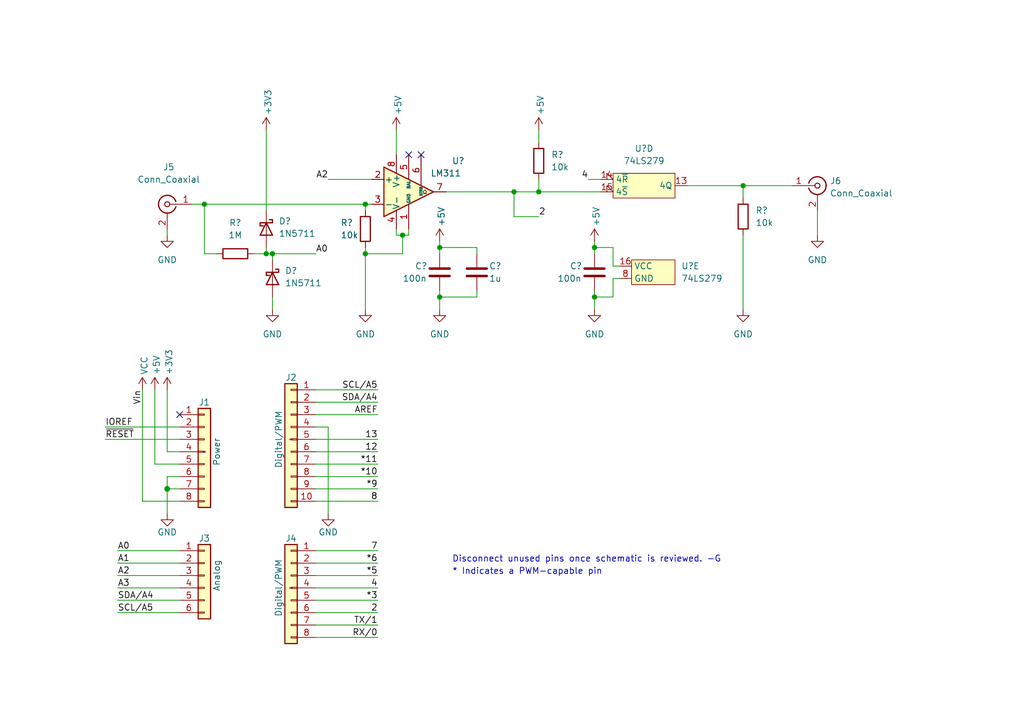
<source format=kicad_sch>
(kicad_sch (version 20211123) (generator eeschema)
  (paper "A5")
  (title_block (date "ven. 17 fevr 2023"))
  (lib_symbols
    (symbol "Comparator:LM311" (pin_names (offset 0.127))
      (property "Reference" "U" (at 3.81 6.35 0))
      (property "Value" "LM311" (at 3.81 3.81 0))
      (symbol "LM311_0_1"
        (polyline (pts (xy 5.08 0) (xy -5.08 5.08) (xy -5.08 -5.08) (xy 5.08 0)) (stroke (width 0.254)) (fill (type background)))
        (polyline (pts (xy 3.683 -0.381) (xy 3.302 -0.381) (xy 3.683 0) (xy 3.302 0.381) (xy 2.921 0) (xy 3.302 -0.381) (xy 2.921 -0.381)) (stroke (width 0.127)))
      )
      (symbol "LM311_1_1"
        (pin passive line (at 0 -7.62 90) (length 5.08) (name "GND") (number "1"))
        (pin input line (at -7.62 2.54 0) (length 2.54) (name "+") (number "2"))
        (pin input line (at -7.62 -2.54 0) (length 2.54) (name "-") (number "3"))
        (pin power_in line (at -2.54 -7.62 90) (length 3.81) (name "V-") (number "4"))
        (pin input line (at 0 7.62 270) (length 5.08) (name "BAL") (number "5"))
        (pin input line (at 2.54 7.62 270) (length 6.35) (name "STRB") (number "6"))
        (pin open_collector line (at 7.62 0 180) (length 2.54) (name "~") (number "7"))
        (pin power_in line (at -2.54 7.62 270) (length 3.81) (name "V+") (number "8"))
      )
    )
    (symbol "Connector:Conn_Coaxial" (pin_names (offset 1.016) hide)
      (property "Reference" "J" (at 0.254 3.048 0))
      (property "Value" "Conn_Coaxial" (at 2.921 0 90))
      (symbol "Conn_Coaxial_0_1"
        (arc (start -1.778 -0.508) (mid 0.2311 -1.8066) (end 1.778 0) (stroke (width 0.254)))
        (polyline (pts (xy -2.54 0) (xy -0.508 0)))
        (polyline (pts (xy 0 -2.54) (xy 0 -1.778)))
        (circle (center 0 0) (radius 0.508) (stroke (width 0.2032)))
        (arc (start 1.778 0) (mid 0.2099 1.8101) (end -1.778 0.508) (stroke (width 0.254)))
      )
      (symbol "Conn_Coaxial_1_1"
        (pin passive line (at -5.08 0 0) (length 2.54) (name "In") (number "1"))
        (pin passive line (at 0 -5.08 90) (length 2.54) (name "Ext") (number "2"))
      )
    )
    (symbol "Connector_Generic:Conn_01x06" (pin_names (offset 1.016) hide)
      (property "Reference" "J" (at 0 7.62 0))
      (property "Value" "Conn_01x06" (at 0 -10.16 0))
      (symbol "Conn_01x06_1_1"
        (rectangle (start -1.27 -7.493) (end 0 -7.747) (stroke (width 0.1524)))
        (rectangle (start -1.27 -4.953) (end 0 -5.207) (stroke (width 0.1524)))
        (rectangle (start -1.27 -2.413) (end 0 -2.667) (stroke (width 0.1524)))
        (rectangle (start -1.27 0.127) (end 0 -0.127) (stroke (width 0.1524)))
        (rectangle (start -1.27 2.667) (end 0 2.413) (stroke (width 0.1524)))
        (rectangle (start -1.27 5.207) (end 0 4.953) (stroke (width 0.1524)))
        (rectangle (start -1.27 6.35) (end 1.27 -8.89) (stroke (width 0.254)) (fill (type background)))
        (pin passive line (at -5.08 5.08 0) (length 3.81) (name "Pin_1") (number "1"))
        (pin passive line (at -5.08 2.54 0) (length 3.81) (name "Pin_2") (number "2"))
        (pin passive line (at -5.08 0 0) (length 3.81) (name "Pin_3") (number "3"))
        (pin passive line (at -5.08 -2.54 0) (length 3.81) (name "Pin_4") (number "4"))
        (pin passive line (at -5.08 -5.08 0) (length 3.81) (name "Pin_5") (number "5"))
        (pin passive line (at -5.08 -7.62 0) (length 3.81) (name "Pin_6") (number "6"))
      )
    )
    (symbol "Connector_Generic:Conn_01x08" (pin_names (offset 1.016) hide)
      (property "Reference" "J" (at 0 10.16 0))
      (property "Value" "Conn_01x08" (at 0 -12.7 0))
      (symbol "Conn_01x08_1_1"
        (rectangle (start -1.27 -10.033) (end 0 -10.287) (stroke (width 0.1524)))
        (rectangle (start -1.27 -7.493) (end 0 -7.747) (stroke (width 0.1524)))
        (rectangle (start -1.27 -4.953) (end 0 -5.207) (stroke (width 0.1524)))
        (rectangle (start -1.27 -2.413) (end 0 -2.667) (stroke (width 0.1524)))
        (rectangle (start -1.27 0.127) (end 0 -0.127) (stroke (width 0.1524)))
        (rectangle (start -1.27 2.667) (end 0 2.413) (stroke (width 0.1524)))
        (rectangle (start -1.27 5.207) (end 0 4.953) (stroke (width 0.1524)))
        (rectangle (start -1.27 7.747) (end 0 7.493) (stroke (width 0.1524)))
        (rectangle (start -1.27 8.89) (end 1.27 -11.43) (stroke (width 0.254)) (fill (type background)))
        (pin passive line (at -5.08 7.62 0) (length 3.81) (name "Pin_1") (number "1"))
        (pin passive line (at -5.08 5.08 0) (length 3.81) (name "Pin_2") (number "2"))
        (pin passive line (at -5.08 2.54 0) (length 3.81) (name "Pin_3") (number "3"))
        (pin passive line (at -5.08 0 0) (length 3.81) (name "Pin_4") (number "4"))
        (pin passive line (at -5.08 -2.54 0) (length 3.81) (name "Pin_5") (number "5"))
        (pin passive line (at -5.08 -5.08 0) (length 3.81) (name "Pin_6") (number "6"))
        (pin passive line (at -5.08 -7.62 0) (length 3.81) (name "Pin_7") (number "7"))
        (pin passive line (at -5.08 -10.16 0) (length 3.81) (name "Pin_8") (number "8"))
      )
    )
    (symbol "Connector_Generic:Conn_01x10" (pin_names (offset 1.016) hide)
      (property "Reference" "J" (at 0 12.7 0))
      (property "Value" "Conn_01x10" (at 0 -15.24 0))
      (symbol "Conn_01x10_1_1"
        (rectangle (start -1.27 -12.573) (end 0 -12.827) (stroke (width 0.1524)))
        (rectangle (start -1.27 -10.033) (end 0 -10.287) (stroke (width 0.1524)))
        (rectangle (start -1.27 -7.493) (end 0 -7.747) (stroke (width 0.1524)))
        (rectangle (start -1.27 -4.953) (end 0 -5.207) (stroke (width 0.1524)))
        (rectangle (start -1.27 -2.413) (end 0 -2.667) (stroke (width 0.1524)))
        (rectangle (start -1.27 0.127) (end 0 -0.127) (stroke (width 0.1524)))
        (rectangle (start -1.27 2.667) (end 0 2.413) (stroke (width 0.1524)))
        (rectangle (start -1.27 5.207) (end 0 4.953) (stroke (width 0.1524)))
        (rectangle (start -1.27 7.747) (end 0 7.493) (stroke (width 0.1524)))
        (rectangle (start -1.27 10.287) (end 0 10.033) (stroke (width 0.1524)))
        (rectangle (start -1.27 11.43) (end 1.27 -13.97) (stroke (width 0.254)) (fill (type background)))
        (pin passive line (at -5.08 10.16 0) (length 3.81) (name "Pin_1") (number "1"))
        (pin passive line (at -5.08 -12.7 0) (length 3.81) (name "Pin_10") (number "10"))
        (pin passive line (at -5.08 7.62 0) (length 3.81) (name "Pin_2") (number "2"))
        (pin passive line (at -5.08 5.08 0) (length 3.81) (name "Pin_3") (number "3"))
        (pin passive line (at -5.08 2.54 0) (length 3.81) (name "Pin_4") (number "4"))
        (pin passive line (at -5.08 0 0) (length 3.81) (name "Pin_5") (number "5"))
        (pin passive line (at -5.08 -2.54 0) (length 3.81) (name "Pin_6") (number "6"))
        (pin passive line (at -5.08 -5.08 0) (length 3.81) (name "Pin_7") (number "7"))
        (pin passive line (at -5.08 -7.62 0) (length 3.81) (name "Pin_8") (number "8"))
        (pin passive line (at -5.08 -10.16 0) (length 3.81) (name "Pin_9") (number "9"))
      )
    )
    (symbol "Device:C" (pin_numbers hide) (pin_names (offset 0.254))
      (property "Reference" "C" (at 0.635 2.54 0))
      (property "Value" "C" (at 0.635 -2.54 0))
      (symbol "C_0_1"
        (polyline (pts (xy -2.032 -0.762) (xy 2.032 -0.762)) (stroke (width 0.508)))
        (polyline (pts (xy -2.032 0.762) (xy 2.032 0.762)) (stroke (width 0.508)))
      )
      (symbol "C_1_1"
        (pin passive line (at 0 3.81 270) (length 2.794) (name "~") (number "1"))
        (pin passive line (at 0 -3.81 90) (length 2.794) (name "~") (number "2"))
      )
    )
    (symbol "Device:D_Schottky" (pin_numbers hide) (pin_names (offset 1.016) hide)
      (property "Reference" "D" (at 0 2.54 0))
      (property "Value" "D_Schottky" (at 0 -2.54 0))
      (symbol "D_Schottky_0_1"
        (polyline (pts (xy 1.27 0) (xy -1.27 0)))
        (polyline (pts (xy 1.27 1.27) (xy 1.27 -1.27) (xy -1.27 0) (xy 1.27 1.27)) (stroke (width 0.254)))
        (polyline (pts (xy -1.905 0.635) (xy -1.905 1.27) (xy -1.27 1.27) (xy -1.27 -1.27) (xy -0.635 -1.27) (xy -0.635 -0.635)) (stroke (width 0.254)))
      )
      (symbol "D_Schottky_1_1"
        (pin passive line (at -3.81 0 0) (length 2.54) (name "K") (number "1"))
        (pin passive line (at 3.81 0 180) (length 2.54) (name "A") (number "2"))
      )
    )
    (symbol "Device:R" (pin_numbers hide) (pin_names (offset 0))
      (property "Reference" "R" (at 2.032 0 90))
      (property "Value" "R" (at 0 0 90))
      (symbol "R_0_1"
        (rectangle (start -1.016 -2.54) (end 1.016 2.54) (stroke (width 0.254)))
      )
      (symbol "R_1_1"
        (pin passive line (at 0 3.81 270) (length 1.27) (name "~") (number "1"))
        (pin passive line (at 0 -3.81 90) (length 1.27) (name "~") (number "2"))
      )
    )
    (symbol "comprovat_parts:74LS279"
      (property "Reference" "U" (at -5.08 5.08 0))
      (property "Value" "74LS279" (at 2.54 -5.08 0))
      (symbol "74LS279_1_1"
        (rectangle (start -6.35 3.81) (end 6.35 -3.81) (fill (type background)))
        (pin input input_low (at -8.89 2.54 0) (length 2.54) (name "1~{R}") (number "1"))
        (pin input input_low (at -8.89 0 0) (length 2.54) (name "1~{S}1") (number "2"))
        (pin input input_low (at -8.89 -2.54 0) (length 2.54) (name "1~{S}2") (number "3"))
        (pin output line (at 8.89 0 180) (length 2.54) (name "1Q") (number "4"))
      )
      (symbol "74LS279_2_1"
        (rectangle (start -6.35 2.54) (end 6.35 -2.54) (fill (type background)))
        (pin input input_low (at -8.89 1.27 0) (length 2.54) (name "2~{R}") (number "5"))
        (pin input input_low (at -8.89 -1.27 0) (length 2.54) (name "2~{S}") (number "6"))
        (pin output line (at 8.89 0 180) (length 2.54) (name "2Q") (number "7"))
      )
      (symbol "74LS279_3_1"
        (rectangle (start -6.35 3.81) (end 6.35 -3.81) (fill (type background)))
        (pin input input_low (at -8.89 2.54 0) (length 2.54) (name "3~{R}") (number "10"))
        (pin input input_low (at -8.89 0 0) (length 2.54) (name "3~{S}1") (number "11"))
        (pin input input_low (at -8.89 -2.54 0) (length 2.54) (name "3~{S}2") (number "12"))
        (pin output line (at 8.89 0 180) (length 2.54) (name "3Q") (number "9"))
      )
      (symbol "74LS279_4_1"
        (rectangle (start -6.35 2.54) (end 6.35 -2.54) (fill (type background)))
        (pin output line (at 8.89 0 180) (length 2.54) (name "4Q") (number "13"))
        (pin input input_low (at -8.89 1.27 0) (length 2.54) (name "4~{R}") (number "14"))
        (pin input input_low (at -8.89 -1.27 0) (length 2.54) (name "4~{S}") (number "15"))
      )
      (symbol "74LS279_5_1"
        (rectangle (start -2.54 2.54) (end 6.35 -2.54) (fill (type background)))
        (rectangle (start 6.35 -1.27) (end 6.35 -1.27))
        (pin power_in line (at -5.08 1.27 0) (length 2.54) (name "VCC") (number "16"))
        (pin power_out line (at -5.08 -1.27 0) (length 2.54) (name "GND") (number "8"))
      )
    )
    (symbol "power:+3V3" (power) (pin_names (offset 0))
      (property "Value" "+3V3" (at 0 3.556 0))
      (symbol "+3V3_0_1"
        (polyline (pts (xy -0.762 1.27) (xy 0 2.54)))
        (polyline (pts (xy 0 0) (xy 0 2.54)))
        (polyline (pts (xy 0 2.54) (xy 0.762 1.27)))
      )
      (symbol "+3V3_1_1"
        (pin power_in line (at 0 0 90) (length 0) hide (name "+3V3") (number "1"))
      )
    )
    (symbol "power:+5V" (power) (pin_names (offset 0))
      (property "Value" "+5V" (at 0 3.556 0))
      (symbol "+5V_0_1"
        (polyline (pts (xy -0.762 1.27) (xy 0 2.54)))
        (polyline (pts (xy 0 0) (xy 0 2.54)))
        (polyline (pts (xy 0 2.54) (xy 0.762 1.27)))
      )
      (symbol "+5V_1_1"
        (pin power_in line (at 0 0 90) (length 0) hide (name "+5V") (number "1"))
      )
    )
    (symbol "power:GND" (power) (pin_names (offset 0))
      (property "Value" "GND" (at 0 -3.81 0))
      (symbol "GND_0_1"
        (polyline (pts (xy 0 0) (xy 0 -1.27) (xy 1.27 -1.27) (xy 0 -2.54) (xy -1.27 -1.27) (xy 0 -1.27)))
      )
      (symbol "GND_1_1"
        (pin power_in line (at 0 0 270) (length 0) hide (name "GND") (number "1"))
      )
    )
    (symbol "power:VCC" (power) (pin_names (offset 0))
      (property "Value" "VCC" (at 0 3.81 0))
      (symbol "VCC_0_1"
        (polyline (pts (xy -0.762 1.27) (xy 0 2.54)))
        (polyline (pts (xy 0 0) (xy 0 2.54)))
        (polyline (pts (xy 0 2.54) (xy 0.762 1.27)))
      )
      (symbol "VCC_1_1"
        (pin power_in line (at 0 0 90) (length 0) hide (name "VCC") (number "1"))
      )
    )
  )
  (junction (at 34.29 100.33) (diameter 1.016))
  (junction (at 74.93 41.91))
  (junction (at 54.61 52.07))
  (junction (at 152.4 38.1))
  (junction (at 121.92 60.96))
  (junction (at 74.93 52.07))
  (junction (at 90.17 50.8))
  (junction (at 82.55 48.26))
  (junction (at 41.91 41.91))
  (junction (at 105.41 39.37))
  (junction (at 55.88 52.07))
  (junction (at 110.49 39.37))
  (junction (at 90.17 60.96))
  (junction (at 121.92 50.8))
  (no_connect (at 86.36 31.75))
  (no_connect (at 83.82 31.75))
  (no_connect (at 36.83 85.09))
  (wire (pts (xy 64.77 130.81) (xy 77.47 130.81)))
  (wire (pts (xy 125.73 60.96) (xy 125.73 57.15)))
  (wire (pts (xy 152.4 38.1) (xy 162.56 38.1)))
  (wire (pts (xy 64.77 97.79) (xy 77.47 97.79)))
  (wire (pts (xy 54.61 52.07) (xy 55.88 52.07)))
  (wire (pts (xy 41.91 41.91) (xy 74.93 41.91)))
  (wire (pts (xy 64.77 80.01) (xy 77.47 80.01)))
  (wire (pts (xy 167.64 43.18) (xy 167.64 48.26)))
  (wire (pts (xy 81.28 26.67) (xy 81.28 31.75)))
  (wire (pts (xy 34.29 97.79) (xy 34.29 100.33)))
  (wire (pts (xy 24.13 125.73) (xy 36.83 125.73)))
  (wire (pts (xy 82.55 48.26) (xy 82.55 52.07)))
  (wire (pts (xy 44.45 52.07) (xy 41.91 52.07)))
  (wire (pts (xy 34.29 100.33) (xy 34.29 105.41)))
  (wire (pts (xy 34.29 92.71) (xy 36.83 92.71)))
  (wire (pts (xy 31.75 95.25) (xy 36.83 95.25)))
  (wire (pts (xy 90.17 50.8) (xy 97.79 50.8)))
  (wire (pts (xy 31.75 80.01) (xy 31.75 95.25)))
  (wire (pts (xy 152.4 48.26) (xy 152.4 63.5)))
  (wire (pts (xy 64.77 90.17) (xy 77.47 90.17)))
  (wire (pts (xy 91.44 39.37) (xy 105.41 39.37)))
  (wire (pts (xy 34.29 80.01) (xy 34.29 92.71)))
  (wire (pts (xy 64.77 113.03) (xy 77.47 113.03)))
  (wire (pts (xy 74.93 52.07) (xy 74.93 63.5)))
  (wire (pts (xy 36.83 113.03) (xy 24.13 113.03)))
  (wire (pts (xy 64.77 92.71) (xy 77.47 92.71)))
  (wire (pts (xy 39.37 41.91) (xy 41.91 41.91)))
  (wire (pts (xy 64.77 115.57) (xy 77.47 115.57)))
  (wire (pts (xy 90.17 59.69) (xy 90.17 60.96)))
  (wire (pts (xy 81.28 46.99) (xy 81.28 48.26)))
  (wire (pts (xy 74.93 43.18) (xy 74.93 41.91)))
  (wire (pts (xy 110.49 36.83) (xy 110.49 39.37)))
  (wire (pts (xy 55.88 60.96) (xy 55.88 63.5)))
  (wire (pts (xy 34.29 46.99) (xy 34.29 48.26)))
  (wire (pts (xy 90.17 60.96) (xy 90.17 63.5)))
  (wire (pts (xy 55.88 52.07) (xy 64.77 52.07)))
  (wire (pts (xy 97.79 52.07) (xy 97.79 50.8)))
  (wire (pts (xy 90.17 49.53) (xy 90.17 50.8)))
  (wire (pts (xy 64.77 100.33) (xy 77.47 100.33)))
  (wire (pts (xy 81.28 48.26) (xy 82.55 48.26)))
  (wire (pts (xy 64.77 120.65) (xy 77.47 120.65)))
  (wire (pts (xy 90.17 50.8) (xy 90.17 52.07)))
  (wire (pts (xy 21.59 87.63) (xy 36.83 87.63)))
  (wire (pts (xy 121.92 60.96) (xy 125.73 60.96)))
  (wire (pts (xy 125.73 57.15) (xy 127 57.15)))
  (wire (pts (xy 125.73 50.8) (xy 121.92 50.8)))
  (wire (pts (xy 67.31 87.63) (xy 67.31 105.41)))
  (wire (pts (xy 105.41 39.37) (xy 105.41 44.45)))
  (wire (pts (xy 127 54.61) (xy 125.73 54.61)))
  (wire (pts (xy 41.91 41.91) (xy 41.91 52.07)))
  (wire (pts (xy 64.77 85.09) (xy 77.47 85.09)))
  (wire (pts (xy 120.65 36.83) (xy 123.19 36.83)))
  (wire (pts (xy 121.92 60.96) (xy 121.92 63.5)))
  (wire (pts (xy 36.83 118.11) (xy 24.13 118.11)))
  (wire (pts (xy 21.59 90.17) (xy 36.83 90.17)))
  (wire (pts (xy 97.79 59.69) (xy 97.79 60.96)))
  (wire (pts (xy 36.83 100.33) (xy 34.29 100.33)))
  (wire (pts (xy 121.92 59.69) (xy 121.92 60.96)))
  (wire (pts (xy 83.82 46.99) (xy 83.82 48.26)))
  (wire (pts (xy 36.83 102.87) (xy 29.21 102.87)))
  (wire (pts (xy 110.49 26.67) (xy 110.49 29.21)))
  (wire (pts (xy 110.49 39.37) (xy 123.19 39.37)))
  (wire (pts (xy 24.13 115.57) (xy 36.83 115.57)))
  (wire (pts (xy 54.61 26.67) (xy 54.61 43.18)))
  (wire (pts (xy 125.73 54.61) (xy 125.73 50.8)))
  (wire (pts (xy 74.93 50.8) (xy 74.93 52.07)))
  (wire (pts (xy 140.97 38.1) (xy 152.4 38.1)))
  (wire (pts (xy 52.07 52.07) (xy 54.61 52.07)))
  (wire (pts (xy 64.77 87.63) (xy 67.31 87.63)))
  (wire (pts (xy 36.83 97.79) (xy 34.29 97.79)))
  (wire (pts (xy 64.77 95.25) (xy 77.47 95.25)))
  (wire (pts (xy 54.61 50.8) (xy 54.61 52.07)))
  (wire (pts (xy 110.49 44.45) (xy 105.41 44.45)))
  (wire (pts (xy 90.17 60.96) (xy 97.79 60.96)))
  (wire (pts (xy 74.93 52.07) (xy 82.55 52.07)))
  (wire (pts (xy 64.77 118.11) (xy 77.47 118.11)))
  (wire (pts (xy 152.4 38.1) (xy 152.4 40.64)))
  (wire (pts (xy 24.13 120.65) (xy 36.83 120.65)))
  (wire (pts (xy 121.92 50.8) (xy 121.92 52.07)))
  (wire (pts (xy 82.55 48.26) (xy 83.82 48.26)))
  (wire (pts (xy 64.77 82.55) (xy 77.47 82.55)))
  (wire (pts (xy 64.77 125.73) (xy 77.47 125.73)))
  (wire (pts (xy 105.41 39.37) (xy 110.49 39.37)))
  (wire (pts (xy 64.77 123.19) (xy 77.47 123.19)))
  (wire (pts (xy 121.92 49.53) (xy 121.92 50.8)))
  (wire (pts (xy 74.93 41.91) (xy 76.2 41.91)))
  (wire (pts (xy 55.88 53.34) (xy 55.88 52.07)))
  (wire (pts (xy 67.31 36.83) (xy 76.2 36.83)))
  (wire (pts (xy 64.77 128.27) (xy 77.47 128.27)))
  (wire (pts (xy 29.21 102.87) (xy 29.21 80.01)))
  (wire (pts (xy 36.83 123.19) (xy 24.13 123.19)))
  (wire (pts (xy 64.77 102.87) (xy 77.47 102.87)))
  (text "Disconnect unused pins once schematic is reviewed. -G" (at 92.71 115.57 0) (effects (font (size 1.27 1.27)) (justify left bottom)))
  (text "* Indicates a PWM-capable pin" (at 92.71 118.11 0) (effects (font (size 1.27 1.27)) (justify left bottom)))
  (label "RX{slash}0" (at 77.47 130.81 180))
  (label "A2" (at 24.13 118.11 0))
  (label "4" (at 77.47 120.65 180))
  (label "2" (at 77.47 125.73 180))
  (label "A3" (at 24.13 120.65 0))
  (label "13" (at 77.47 90.17 180))
  (label "12" (at 77.47 92.71 180))
  (label "~{RESET}" (at 21.59 90.17 0))
  (label "*10" (at 77.47 97.79 180))
  (label "A2" (at 67.31 36.83 180))
  (label "4" (at 120.65 36.83 180))
  (label "A0" (at 64.77 52.07 0))
  (label "7" (at 77.47 113.03 180))
  (label "SDA{slash}A4" (at 77.47 82.55 180))
  (label "8" (at 77.47 102.87 180))
  (label "*11" (at 77.47 95.25 180))
  (label "*3" (at 77.47 123.19 180))
  (label "A1" (at 24.13 115.57 0))
  (label "TX{slash}1" (at 77.47 128.27 180))
  (label "A0" (at 24.13 113.03 0))
  (label "AREF" (at 77.47 85.09 180))
  (label "2" (at 110.49 44.45 0))
  (label "Vin" (at 29.21 80.01 270))
  (label "*6" (at 77.47 115.57 180))
  (label "SCL{slash}A5" (at 77.47 80.01 180))
  (label "*9" (at 77.47 100.33 180))
  (label "*5" (at 77.47 118.11 180))
  (label "IOREF" (at 21.59 87.63 0))
  (label "SDA{slash}A4" (at 24.13 123.19 0))
  (label "SCL{slash}A5" (at 24.13 125.73 0))
  (symbol (lib_id "Connector_Generic:Conn_01x08") (at 41.91 92.71 0) (unit 1)
    (property "Reference" "J1" (at 41.91 82.55 0))
    (property "Value" "Power" (at 44.45 92.71 90))
    (property "Footprint" "Connector_PinSocket_2.54mm:PinSocket_1x08_P2.54mm_Vertical" (effects hide))
    (property "Datasheet" "~" (at 41.91 92.71 0))
  )
  (symbol (lib_id "power:+3V3") (at 34.29 80.01 0) (unit 1)
    (property "Reference" "#PWR03" (effects hide))
    (property "Value" "+3.3V" (at 34.671 76.962 90) (effects (justify left)))
  )
  (symbol (lib_id "power:+5V") (at 31.75 80.01 0) (unit 1)
    (property "Reference" "#PWR02" (effects hide))
    (property "Value" "+5V" (at 32.1056 76.962 90) (effects (justify left)))
  )
  (symbol (lib_id "power:GND") (at 34.29 105.41 0) (unit 1)
    (property "Reference" "#PWR04" (effects hide))
    (property "Value" "GND" (at 34.29 109.22 0))
  )
  (symbol (lib_id "Connector_Generic:Conn_01x10") (at 59.69 90.17 0) (mirror y) (unit 1)
    (property "Reference" "J2" (at 59.69 77.47 0))
    (property "Value" "Digital/PWM" (at 57.15 90.17 90))
    (property "Footprint" "Connector_PinSocket_2.54mm:PinSocket_1x10_P2.54mm_Vertical" (effects hide))
    (property "Datasheet" "~" (at 59.69 90.17 0))
  )
  (symbol (lib_id "power:GND") (at 67.31 105.41 0) (unit 1)
    (property "Reference" "#PWR05" (effects hide))
    (property "Value" "GND" (at 67.31 109.22 0))
  )
  (symbol (lib_id "Connector_Generic:Conn_01x06") (at 41.91 118.11 0) (unit 1)
    (property "Reference" "J3" (at 41.91 110.49 0))
    (property "Value" "Analog" (at 44.45 118.11 90))
    (property "Footprint" "Connector_PinSocket_2.54mm:PinSocket_1x06_P2.54mm_Vertical" (effects hide))
  )
  (symbol (lib_id "Connector_Generic:Conn_01x08") (at 59.69 120.65 0) (mirror y) (unit 1)
    (property "Reference" "J4" (at 59.69 110.49 0))
    (property "Value" "Digital/PWM" (at 57.15 120.65 90))
    (property "Footprint" "Connector_PinSocket_2.54mm:PinSocket_1x08_P2.54mm_Vertical" (effects hide))
    (property "Datasheet" "~" (at 59.69 120.65 0))
  )
  (symbol (lib_id "power:GND") (at 90.17 63.5 0) (unit 1)
    (property "Reference" "#PWR?" (effects hide))
    (property "Value" "GND" (at 90.17 68.58 0))
  )
  (symbol (lib_id "power:GND") (at 167.64 48.26 0) (unit 1)
    (property "Reference" "#PWR?" (effects hide))
    (property "Value" "GND" (at 167.64 53.34 0))
  )
  (symbol (lib_id "power:+5V") (at 121.92 49.53 0) (unit 1)
    (property "Reference" "#PWR?" (effects hide))
    (property "Value" "+5V" (at 122.2756 46.482 90) (effects (justify left)))
  )
  (symbol (lib_id "Device:R") (at 48.26 52.07 90) (unit 1)
    (property "Reference" "R?" (at 48.26 45.72 90))
    (property "Value" "1M" (at 48.26 48.26 90))
  )
  (symbol (lib_id "Device:C") (at 121.92 55.88 0) (unit 1)
    (property "Reference" "C?" (at 116.84 54.61 0) (effects (justify left)))
    (property "Value" "100n" (at 114.3 57.15 0) (effects (justify left)))
  )
  (symbol (lib_id "power:+5V") (at 110.49 26.67 0) (unit 1)
    (property "Reference" "#PWR?" (effects hide))
    (property "Value" "+5V" (at 110.8456 23.622 90) (effects (justify left)))
  )
  (symbol (lib_id "Device:C") (at 97.79 55.88 180) (unit 1)
    (property "Reference" "C?" (at 102.87 54.61 0) (effects (justify left)))
    (property "Value" "1u" (at 102.87 57.15 0) (effects (justify left)))
  )
  (symbol (lib_id "power:VCC") (at 29.21 80.01 0) (unit 1)
    (property "Reference" "#PWR01" (effects hide))
    (property "Value" "VCC" (at 29.591 76.962 90) (effects (justify left)))
  )
  (symbol (lib_id "Connector:Conn_Coaxial") (at 34.29 41.91 0) (mirror y) (unit 1)
    (property "Reference" "J5" (at 34.6074 34.29 0))
    (property "Value" "Conn_Coaxial" (at 34.6074 36.83 0))
    (property "Footprint" "Connector_Coaxial:BNC_Amphenol_B6252HB-NPP3G-50_Horizontal" (effects hide))
    (property "Datasheet" " ~" (effects hide))
  )
  (symbol (lib_id "power:GND") (at 121.92 63.5 0) (unit 1)
    (property "Reference" "#PWR?" (effects hide))
    (property "Value" "GND" (at 121.92 68.58 0))
  )
  (symbol (lib_id "power:+5V") (at 81.28 26.67 0) (unit 1)
    (property "Reference" "#PWR?" (effects hide))
    (property "Value" "+5V" (at 81.6356 23.622 90) (effects (justify left)))
  )
  (symbol (lib_id "Device:C") (at 90.17 55.88 0) (unit 1)
    (property "Reference" "C?" (at 85.09 54.61 0) (effects (justify left)))
    (property "Value" "100n" (at 82.55 57.15 0) (effects (justify left)))
  )
  (symbol (lib_id "power:+5V") (at 90.17 49.53 0) (unit 1)
    (property "Reference" "#PWR?" (effects hide))
    (property "Value" "+5V" (at 90.5256 46.482 90) (effects (justify left)))
  )
  (symbol (lib_id "comprovat_parts:74LS279") (at 132.08 55.88 0) (unit 5)
    (property "Reference" "U?" (at 139.7 54.6099 0) (effects (justify left)))
    (property "Value" "74LS279" (at 139.7 57.1499 0) (effects (justify left)))
  )
  (symbol (lib_id "power:GND") (at 74.93 63.5 0) (unit 1)
    (property "Reference" "#PWR?" (effects hide))
    (property "Value" "GND" (at 74.93 68.58 0))
  )
  (symbol (lib_id "Connector:Conn_Coaxial") (at 167.64 38.1 0) (unit 1)
    (property "Reference" "J6" (at 170.18 37.1231 0) (effects (justify left)))
    (property "Value" "Conn_Coaxial" (at 170.18 39.6631 0) (effects (justify left)))
    (property "Footprint" "Connector_Coaxial:BNC_Amphenol_B6252HB-NPP3G-50_Horizontal" (effects hide))
    (property "Datasheet" " ~" (effects hide))
  )
  (symbol (lib_id "Device:D_Schottky") (at 54.61 46.99 270) (unit 1)
    (property "Reference" "D?" (at 57.15 45.4024 90) (effects (justify left)))
    (property "Value" "1N5711" (at 57.15 47.9424 90) (effects (justify left)))
  )
  (symbol (lib_id "Device:D_Schottky") (at 55.88 57.15 270) (unit 1)
    (property "Reference" "D?" (at 58.42 55.5624 90) (effects (justify left)))
    (property "Value" "1N5711" (at 58.42 58.1024 90) (effects (justify left)))
  )
  (symbol (lib_id "power:GND") (at 55.88 63.5 0) (unit 1)
    (property "Reference" "#PWR?" (effects hide))
    (property "Value" "GND" (at 55.88 68.58 0))
  )
  (symbol (lib_id "power:GND") (at 152.4 63.5 0) (unit 1)
    (property "Reference" "#PWR?" (effects hide))
    (property "Value" "GND" (at 152.4 68.58 0))
  )
  (symbol (lib_id "Comparator:LM311") (at 83.82 39.37 0) (unit 1)
    (property "Reference" "U?" (at 93.98 33.02 0))
    (property "Value" "LM311" (at 91.44 35.56 0))
    (property "Datasheet" "https://www.st.com/resource/en/datasheet/lm311.pdf" (effects hide))
  )
  (symbol (lib_id "Device:R") (at 74.93 46.99 0) (unit 1)
    (property "Reference" "R?" (at 69.85 45.72 0) (effects (justify left)))
    (property "Value" "10k" (at 69.85 48.26 0) (effects (justify left)))
  )
  (symbol (lib_id "Device:R") (at 110.49 33.02 0) (unit 1)
    (property "Reference" "R?" (at 113.03 31.7499 0) (effects (justify left)))
    (property "Value" "10k" (at 113.03 34.2899 0) (effects (justify left)))
  )
  (symbol (lib_id "Device:R") (at 152.4 44.45 0) (unit 1)
    (property "Reference" "R?" (at 154.94 43.1799 0) (effects (justify left)))
    (property "Value" "10k" (at 154.94 45.7199 0) (effects (justify left)))
  )
  (symbol (lib_id "comprovat_parts:74LS279") (at 132.08 38.1 0) (unit 4)
    (property "Reference" "U?" (at 132.08 30.48 0))
    (property "Value" "74LS279" (at 132.08 33.02 0))
  )
  (symbol (lib_id "power:GND") (at 34.29 48.26 0) (unit 1)
    (property "Reference" "#PWR?" (effects hide))
    (property "Value" "GND" (at 34.29 53.34 0))
  )
  (symbol (lib_id "power:+3V3") (at 54.61 26.67 0) (unit 1)
    (property "Reference" "#PWR?" (effects hide))
    (property "Value" "+3.3V" (at 54.991 23.622 90) (effects (justify left)))
  )
)
</source>
